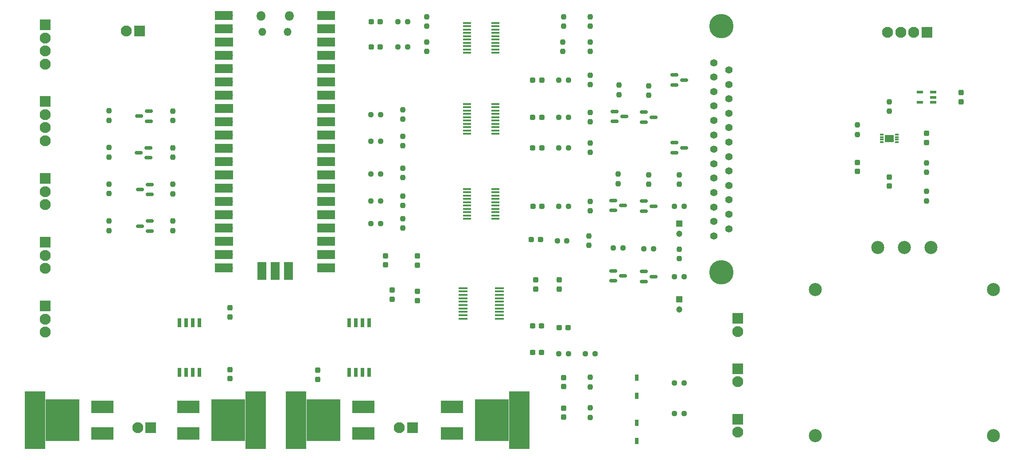
<source format=gbr>
%TF.GenerationSoftware,KiCad,Pcbnew,(6.0.7)*%
%TF.CreationDate,2022-10-24T16:08:39+01:00*%
%TF.ProjectId,controlCircuit,636f6e74-726f-46c4-9369-72637569742e,rev?*%
%TF.SameCoordinates,Original*%
%TF.FileFunction,Soldermask,Top*%
%TF.FilePolarity,Negative*%
%FSLAX46Y46*%
G04 Gerber Fmt 4.6, Leading zero omitted, Abs format (unit mm)*
G04 Created by KiCad (PCBNEW (6.0.7)) date 2022-10-24 16:08:39*
%MOMM*%
%LPD*%
G01*
G04 APERTURE LIST*
G04 Aperture macros list*
%AMRoundRect*
0 Rectangle with rounded corners*
0 $1 Rounding radius*
0 $2 $3 $4 $5 $6 $7 $8 $9 X,Y pos of 4 corners*
0 Add a 4 corners polygon primitive as box body*
4,1,4,$2,$3,$4,$5,$6,$7,$8,$9,$2,$3,0*
0 Add four circle primitives for the rounded corners*
1,1,$1+$1,$2,$3*
1,1,$1+$1,$4,$5*
1,1,$1+$1,$6,$7*
1,1,$1+$1,$8,$9*
0 Add four rect primitives between the rounded corners*
20,1,$1+$1,$2,$3,$4,$5,0*
20,1,$1+$1,$4,$5,$6,$7,0*
20,1,$1+$1,$6,$7,$8,$9,0*
20,1,$1+$1,$8,$9,$2,$3,0*%
G04 Aperture macros list end*
%ADD10RoundRect,0.237500X-0.237500X0.300000X-0.237500X-0.300000X0.237500X-0.300000X0.237500X0.300000X0*%
%ADD11RoundRect,0.150000X0.587500X0.150000X-0.587500X0.150000X-0.587500X-0.150000X0.587500X-0.150000X0*%
%ADD12RoundRect,0.237500X-0.237500X0.250000X-0.237500X-0.250000X0.237500X-0.250000X0.237500X0.250000X0*%
%ADD13RoundRect,0.237500X0.250000X0.237500X-0.250000X0.237500X-0.250000X-0.237500X0.250000X-0.237500X0*%
%ADD14C,1.400000*%
%ADD15C,4.650000*%
%ADD16R,2.100000X2.100000*%
%ADD17C,2.100000*%
%ADD18RoundRect,0.237500X0.300000X0.237500X-0.300000X0.237500X-0.300000X-0.237500X0.300000X-0.237500X0*%
%ADD19RoundRect,0.237500X-0.287500X-0.237500X0.287500X-0.237500X0.287500X0.237500X-0.287500X0.237500X0*%
%ADD20R,1.495000X0.435000*%
%ADD21R,0.750000X0.300000*%
%ADD22R,1.750000X1.450000*%
%ADD23RoundRect,0.150000X-0.587500X-0.150000X0.587500X-0.150000X0.587500X0.150000X-0.587500X0.150000X0*%
%ADD24RoundRect,0.237500X0.237500X-0.300000X0.237500X0.300000X-0.237500X0.300000X-0.237500X-0.300000X0*%
%ADD25R,0.750000X1.200000*%
%ADD26RoundRect,0.237500X-0.250000X-0.237500X0.250000X-0.237500X0.250000X0.237500X-0.250000X0.237500X0*%
%ADD27RoundRect,0.237500X-0.300000X-0.237500X0.300000X-0.237500X0.300000X0.237500X-0.300000X0.237500X0*%
%ADD28R,1.705000X0.450000*%
%ADD29R,1.200000X1.200000*%
%ADD30C,1.200000*%
%ADD31RoundRect,0.237500X0.237500X-0.250000X0.237500X0.250000X-0.237500X0.250000X-0.237500X-0.250000X0*%
%ADD32R,4.230000X2.400000*%
%ADD33R,6.500000X8.000000*%
%ADD34R,4.020000X11.000000*%
%ADD35C,2.500000*%
%ADD36R,1.200000X0.600000*%
%ADD37O,1.800000X1.800000*%
%ADD38O,1.500000X1.500000*%
%ADD39O,1.700000X1.700000*%
%ADD40R,3.500000X1.700000*%
%ADD41R,1.700000X1.700000*%
%ADD42R,1.700000X3.500000*%
%ADD43R,0.650000X1.800000*%
G04 APERTURE END LIST*
D10*
%TO.C,C1*%
X155920000Y-107087500D03*
X155920000Y-108812500D03*
%TD*%
D11*
%TO.C,Q8*%
X77391500Y-83719500D03*
X77391500Y-81819500D03*
X75516500Y-82769500D03*
%TD*%
D12*
%TO.C,R47*%
X212852000Y-77423000D03*
X212852000Y-79248000D03*
%TD*%
D13*
%TO.C,R20*%
X157630500Y-81788000D03*
X155805500Y-81788000D03*
%TD*%
D12*
%TO.C,R8*%
X167132000Y-86821000D03*
X167132000Y-88646000D03*
%TD*%
D14*
%TO.C,EXT_CON1*%
X185466000Y-65545500D03*
X185466000Y-68305500D03*
X185466000Y-71065500D03*
X185466000Y-73825500D03*
X185466000Y-76585500D03*
X185466000Y-79345500D03*
X185466000Y-82105500D03*
X185466000Y-84865500D03*
X185466000Y-87625500D03*
X185466000Y-90385500D03*
X185466000Y-93145500D03*
X185466000Y-95905500D03*
X185466000Y-98665500D03*
X188306000Y-66925500D03*
X188306000Y-69685500D03*
X188306000Y-72445500D03*
X188306000Y-75205500D03*
X188306000Y-77965500D03*
X188306000Y-80725500D03*
X188306000Y-83485500D03*
X188306000Y-86245500D03*
X188306000Y-89005500D03*
X188306000Y-91765500D03*
X188306000Y-94525500D03*
X188306000Y-97285500D03*
D15*
X186886000Y-58585500D03*
X186886000Y-105625500D03*
%TD*%
D16*
%TO.C,flags1*%
X57646000Y-87693500D03*
D17*
X57646000Y-90193500D03*
X57646000Y-92693500D03*
%TD*%
D18*
%TO.C,C5*%
X152536500Y-120904000D03*
X150811500Y-120904000D03*
%TD*%
D19*
%TO.C,D7*%
X150587500Y-99314000D03*
X152337500Y-99314000D03*
%TD*%
D13*
%TO.C,R31*%
X126896500Y-62484000D03*
X125071500Y-62484000D03*
%TD*%
D19*
%TO.C,D3*%
X150844000Y-81788000D03*
X152594000Y-81788000D03*
%TD*%
%TO.C,D2*%
X150844000Y-75946000D03*
X152594000Y-75946000D03*
%TD*%
D12*
%TO.C,R37*%
X156567500Y-61571500D03*
X156567500Y-63396500D03*
%TD*%
D10*
%TO.C,C16*%
X226060000Y-79047000D03*
X226060000Y-80772000D03*
%TD*%
D20*
%TO.C,IC1*%
X138268000Y-73405500D03*
X138268000Y-74041500D03*
X138268000Y-74675500D03*
X138268000Y-75311500D03*
X138268000Y-75945500D03*
X138268000Y-76581500D03*
X138268000Y-77215500D03*
X138268000Y-77851500D03*
X138268000Y-78485500D03*
X138268000Y-79121500D03*
X143672000Y-79121500D03*
X143672000Y-78485500D03*
X143672000Y-77851500D03*
X143672000Y-77215500D03*
X143672000Y-76581500D03*
X143672000Y-75945500D03*
X143672000Y-75311500D03*
X143672000Y-74675500D03*
X143672000Y-74041500D03*
X143672000Y-73405500D03*
%TD*%
D10*
%TO.C,C22*%
X156718000Y-131587500D03*
X156718000Y-133312500D03*
%TD*%
D21*
%TO.C,U1*%
X220398000Y-80760000D03*
X220398000Y-80260000D03*
X220398000Y-79760000D03*
X220398000Y-79260000D03*
X217498000Y-79260000D03*
X217498000Y-79760000D03*
X217498000Y-80260000D03*
X217498000Y-80760000D03*
D22*
X218948000Y-80010000D03*
%TD*%
D12*
%TO.C,R56*%
X69850000Y-81741000D03*
X69850000Y-83566000D03*
%TD*%
D23*
%TO.C,Q6*%
X177878500Y-67884000D03*
X177878500Y-69784000D03*
X179753500Y-68834000D03*
%TD*%
D16*
%TO.C,IGBT_1_Gate1*%
X77842000Y-135321500D03*
D17*
X75342000Y-135321500D03*
%TD*%
D13*
%TO.C,R45*%
X179728500Y-132588000D03*
X177903500Y-132588000D03*
%TD*%
D12*
%TO.C,R57*%
X69850000Y-95819000D03*
X69850000Y-97644000D03*
%TD*%
D24*
%TO.C,C6*%
X151384000Y-108812500D03*
X151384000Y-107087500D03*
%TD*%
D16*
%TO.C,I2C_1*%
X57646000Y-72961500D03*
D17*
X57646000Y-75461500D03*
X57646000Y-77961500D03*
X57646000Y-80461500D03*
%TD*%
D16*
%TO.C,I2C1*%
X226154000Y-59760500D03*
D17*
X223654000Y-59760500D03*
X221154000Y-59760500D03*
X218654000Y-59760500D03*
%TD*%
D12*
%TO.C,R58*%
X69850000Y-74735000D03*
X69850000Y-76560000D03*
%TD*%
%TO.C,R53*%
X82042000Y-88791500D03*
X82042000Y-90616500D03*
%TD*%
D25*
%TO.C,D9*%
X170688000Y-134444000D03*
X170688000Y-137844000D03*
%TD*%
D11*
%TO.C,Q9*%
X77645500Y-97731500D03*
X77645500Y-95831500D03*
X75770500Y-96781500D03*
%TD*%
D26*
%TO.C,R27*%
X177903500Y-92964000D03*
X179728500Y-92964000D03*
%TD*%
D27*
%TO.C,C7*%
X150811500Y-115824000D03*
X152536500Y-115824000D03*
%TD*%
D19*
%TO.C,D6*%
X119970500Y-62484000D03*
X121720500Y-62484000D03*
%TD*%
D16*
%TO.C,I2C_0*%
X57646000Y-58315500D03*
D17*
X57646000Y-60815500D03*
X57646000Y-63315500D03*
X57646000Y-65815500D03*
%TD*%
D16*
%TO.C,IGBT_2_Gate1*%
X127839000Y-135321500D03*
D17*
X125339000Y-135321500D03*
%TD*%
D12*
%TO.C,R36*%
X161798000Y-61571500D03*
X161798000Y-63396500D03*
%TD*%
%TO.C,R6*%
X125984000Y-85701500D03*
X125984000Y-87526500D03*
%TD*%
D10*
%TO.C,C21*%
X156718000Y-125745500D03*
X156718000Y-127470500D03*
%TD*%
D13*
%TO.C,R22*%
X157349000Y-99568000D03*
X155524000Y-99568000D03*
%TD*%
D28*
%TO.C,IC3*%
X144468000Y-114494500D03*
X144468000Y-113844500D03*
X144468000Y-113194500D03*
X144468000Y-112544500D03*
X144468000Y-111894500D03*
X144468000Y-111244500D03*
X144468000Y-110594500D03*
X144468000Y-109944500D03*
X144468000Y-109294500D03*
X144468000Y-108644500D03*
X137472000Y-108644500D03*
X137472000Y-109294500D03*
X137472000Y-109944500D03*
X137472000Y-110594500D03*
X137472000Y-111244500D03*
X137472000Y-111894500D03*
X137472000Y-112544500D03*
X137472000Y-113194500D03*
X137472000Y-113844500D03*
X137472000Y-114494500D03*
%TD*%
D29*
%TO.C,C3*%
X178816000Y-96266000D03*
D30*
X178816000Y-98266000D03*
%TD*%
D13*
%TO.C,R32*%
X162710500Y-121158000D03*
X160885500Y-121158000D03*
%TD*%
D24*
%TO.C,C8*%
X122682000Y-104177000D03*
X122682000Y-102452000D03*
%TD*%
D13*
%TO.C,R33*%
X157630500Y-121158000D03*
X155805500Y-121158000D03*
%TD*%
D10*
%TO.C,C10*%
X128778000Y-102515500D03*
X128778000Y-104240500D03*
%TD*%
%TO.C,C14*%
X109728000Y-124359500D03*
X109728000Y-126084500D03*
%TD*%
D12*
%TO.C,R46*%
X161798000Y-131537500D03*
X161798000Y-133362500D03*
%TD*%
%TO.C,R44*%
X161798000Y-125695500D03*
X161798000Y-127520500D03*
%TD*%
%TO.C,R39*%
X226060000Y-84685500D03*
X226060000Y-86510500D03*
%TD*%
D31*
%TO.C,R13*%
X161798000Y-93876500D03*
X161798000Y-92051500D03*
%TD*%
D23*
%TO.C,Q12*%
X166448500Y-74845500D03*
X166448500Y-76745500D03*
X168323500Y-75795500D03*
%TD*%
D31*
%TO.C,R30*%
X130556000Y-63396500D03*
X130556000Y-61571500D03*
%TD*%
D32*
%TO.C,R48*%
X135419000Y-131381500D03*
X135419000Y-136461500D03*
D33*
X143034000Y-133921500D03*
D34*
X148293000Y-133921500D03*
%TD*%
D35*
%TO.C,J10*%
X226916000Y-100901500D03*
X221836000Y-100901500D03*
X216756000Y-100901500D03*
X238836000Y-136901500D03*
X238836000Y-108901500D03*
X204836000Y-108901500D03*
X204836000Y-136901500D03*
%TD*%
D32*
%TO.C,R51*%
X68580000Y-136461500D03*
X68580000Y-131381500D03*
D34*
X55706000Y-133921500D03*
D33*
X60965000Y-133921500D03*
%TD*%
D13*
%TO.C,R43*%
X179728500Y-126746000D03*
X177903500Y-126746000D03*
%TD*%
%TO.C,R16*%
X157630500Y-68834000D03*
X155805500Y-68834000D03*
%TD*%
D10*
%TO.C,C13*%
X92964000Y-124206000D03*
X92964000Y-125931000D03*
%TD*%
D23*
%TO.C,Q2*%
X172036500Y-92014000D03*
X172036500Y-93914000D03*
X173911500Y-92964000D03*
%TD*%
D18*
%TO.C,C12*%
X157580500Y-116232000D03*
X155855500Y-116232000D03*
%TD*%
D16*
%TO.C,5VD_supply1*%
X75692000Y-59436000D03*
D17*
X73192000Y-59436000D03*
%TD*%
D12*
%TO.C,R40*%
X167282500Y-69803000D03*
X167282500Y-71628000D03*
%TD*%
%TO.C,R24*%
X178816000Y-86971500D03*
X178816000Y-88796500D03*
%TD*%
D10*
%TO.C,C18*%
X212852000Y-84582000D03*
X212852000Y-86307000D03*
%TD*%
D36*
%TO.C,IC6*%
X227310000Y-73086000D03*
X227310000Y-72136000D03*
X227310000Y-71186000D03*
X224810000Y-71186000D03*
X224810000Y-73086000D03*
%TD*%
D19*
%TO.C,D4*%
X150869000Y-92964000D03*
X152619000Y-92964000D03*
%TD*%
D16*
%TO.C,12V_supply1*%
X190011000Y-133708500D03*
D17*
X190011000Y-136208500D03*
%TD*%
D31*
%TO.C,R19*%
X161798000Y-82700500D03*
X161798000Y-80875500D03*
%TD*%
D16*
%TO.C,FC_V1*%
X190011000Y-114445500D03*
D17*
X190011000Y-116945500D03*
%TD*%
D23*
%TO.C,Q11*%
X172036500Y-105476000D03*
X172036500Y-107376000D03*
X173911500Y-106426000D03*
%TD*%
D26*
%TO.C,R7*%
X119913000Y-91994500D03*
X121738000Y-91994500D03*
%TD*%
%TO.C,R25*%
X166219500Y-100941500D03*
X168044500Y-100941500D03*
%TD*%
D12*
%TO.C,R52*%
X82042000Y-74779500D03*
X82042000Y-76604500D03*
%TD*%
D25*
%TO.C,D8*%
X170688000Y-125808000D03*
X170688000Y-129208000D03*
%TD*%
D19*
%TO.C,D1*%
X150844000Y-68834000D03*
X152594000Y-68834000D03*
%TD*%
D23*
%TO.C,Q4*%
X177878500Y-80838000D03*
X177878500Y-82738000D03*
X179753500Y-81788000D03*
%TD*%
D10*
%TO.C,C17*%
X218948000Y-87376000D03*
X218948000Y-89101000D03*
%TD*%
D23*
%TO.C,Q3*%
X172036500Y-74996000D03*
X172036500Y-76896000D03*
X173911500Y-75946000D03*
%TD*%
D29*
%TO.C,C4*%
X178816000Y-110744000D03*
D30*
X178816000Y-112744000D03*
%TD*%
D20*
%TO.C,IC7*%
X138268000Y-89661500D03*
X138268000Y-90297500D03*
X138268000Y-90931500D03*
X138268000Y-91567500D03*
X138268000Y-92201500D03*
X138268000Y-92837500D03*
X138268000Y-93471500D03*
X138268000Y-94107500D03*
X138268000Y-94741500D03*
X138268000Y-95377500D03*
X143672000Y-95377500D03*
X143672000Y-94741500D03*
X143672000Y-94107500D03*
X143672000Y-93471500D03*
X143672000Y-92837500D03*
X143672000Y-92201500D03*
X143672000Y-91567500D03*
X143672000Y-90931500D03*
X143672000Y-90297500D03*
X143672000Y-89661500D03*
%TD*%
D13*
%TO.C,R18*%
X157630500Y-75946000D03*
X155805500Y-75946000D03*
%TD*%
D12*
%TO.C,R59*%
X69850000Y-88747000D03*
X69850000Y-90572000D03*
%TD*%
D32*
%TO.C,R50*%
X85034000Y-131381500D03*
X85034000Y-136461500D03*
D33*
X92649000Y-133921500D03*
D34*
X97908000Y-133921500D03*
%TD*%
D37*
%TO.C,U2*%
X104325000Y-56600500D03*
D38*
X99175000Y-59630500D03*
D37*
X98875000Y-56600500D03*
D38*
X104025000Y-59630500D03*
D39*
X92710000Y-56470500D03*
D40*
X91810000Y-56470500D03*
D39*
X92710000Y-59010500D03*
D40*
X91810000Y-59010500D03*
D41*
X92710000Y-61550500D03*
D40*
X91810000Y-61550500D03*
D39*
X92710000Y-64090500D03*
D40*
X91810000Y-64090500D03*
D39*
X92710000Y-66630500D03*
D40*
X91810000Y-66630500D03*
X91810000Y-69170500D03*
D39*
X92710000Y-69170500D03*
D40*
X91810000Y-71710500D03*
D39*
X92710000Y-71710500D03*
D40*
X91810000Y-74250500D03*
D41*
X92710000Y-74250500D03*
D40*
X91810000Y-76790500D03*
D39*
X92710000Y-76790500D03*
X92710000Y-79330500D03*
D40*
X91810000Y-79330500D03*
D39*
X92710000Y-81870500D03*
D40*
X91810000Y-81870500D03*
X91810000Y-84410500D03*
D39*
X92710000Y-84410500D03*
D40*
X91810000Y-86950500D03*
D41*
X92710000Y-86950500D03*
D39*
X92710000Y-89490500D03*
D40*
X91810000Y-89490500D03*
D39*
X92710000Y-92030500D03*
D40*
X91810000Y-92030500D03*
X91810000Y-94570500D03*
D39*
X92710000Y-94570500D03*
X92710000Y-97110500D03*
D40*
X91810000Y-97110500D03*
X91810000Y-99650500D03*
D41*
X92710000Y-99650500D03*
D40*
X91810000Y-102190500D03*
D39*
X92710000Y-102190500D03*
D40*
X91810000Y-104730500D03*
D39*
X92710000Y-104730500D03*
D40*
X111390000Y-104730500D03*
D39*
X110490000Y-104730500D03*
D40*
X111390000Y-102190500D03*
D39*
X110490000Y-102190500D03*
D40*
X111390000Y-99650500D03*
D41*
X110490000Y-99650500D03*
D39*
X110490000Y-97110500D03*
D40*
X111390000Y-97110500D03*
D39*
X110490000Y-94570500D03*
D40*
X111390000Y-94570500D03*
D39*
X110490000Y-92030500D03*
D40*
X111390000Y-92030500D03*
X111390000Y-89490500D03*
D39*
X110490000Y-89490500D03*
D41*
X110490000Y-86950500D03*
D40*
X111390000Y-86950500D03*
X111390000Y-84410500D03*
D39*
X110490000Y-84410500D03*
X110490000Y-81870500D03*
D40*
X111390000Y-81870500D03*
D39*
X110490000Y-79330500D03*
D40*
X111390000Y-79330500D03*
X111390000Y-76790500D03*
D39*
X110490000Y-76790500D03*
D40*
X111390000Y-74250500D03*
D41*
X110490000Y-74250500D03*
D40*
X111390000Y-71710500D03*
D39*
X110490000Y-71710500D03*
D40*
X111390000Y-69170500D03*
D39*
X110490000Y-69170500D03*
X110490000Y-66630500D03*
D40*
X111390000Y-66630500D03*
D39*
X110490000Y-64090500D03*
D40*
X111390000Y-64090500D03*
D41*
X110490000Y-61550500D03*
D40*
X111390000Y-61550500D03*
D39*
X110490000Y-59010500D03*
D40*
X111390000Y-59010500D03*
D39*
X110490000Y-56470500D03*
D40*
X111390000Y-56470500D03*
D39*
X99060000Y-104500500D03*
D42*
X99060000Y-105400500D03*
X101600000Y-105400500D03*
D41*
X101600000Y-104500500D03*
D39*
X104140000Y-104500500D03*
D42*
X104140000Y-105400500D03*
%TD*%
D31*
%TO.C,R21*%
X161516500Y-100480500D03*
X161516500Y-98655500D03*
%TD*%
D24*
%TO.C,C2*%
X92964000Y-114146500D03*
X92964000Y-112421500D03*
%TD*%
D11*
%TO.C,Q7*%
X77645500Y-90725500D03*
X77645500Y-88825500D03*
X75770500Y-89775500D03*
%TD*%
D12*
%TO.C,R35*%
X156718000Y-56745500D03*
X156718000Y-58570500D03*
%TD*%
%TO.C,R54*%
X82042000Y-81785500D03*
X82042000Y-83610500D03*
%TD*%
D31*
%TO.C,R15*%
X161798000Y-69746500D03*
X161798000Y-67921500D03*
%TD*%
D12*
%TO.C,R34*%
X161798000Y-56745500D03*
X161798000Y-58570500D03*
%TD*%
D10*
%TO.C,C9*%
X128778000Y-109273000D03*
X128778000Y-110998000D03*
%TD*%
D26*
%TO.C,R11*%
X119913000Y-96265500D03*
X121738000Y-96265500D03*
%TD*%
D31*
%TO.C,R10*%
X130556000Y-58570500D03*
X130556000Y-56745500D03*
%TD*%
D26*
%TO.C,R26*%
X172061500Y-101092000D03*
X173886500Y-101092000D03*
%TD*%
D12*
%TO.C,R4*%
X125984000Y-79605500D03*
X125984000Y-81430500D03*
%TD*%
D26*
%TO.C,R42*%
X177903500Y-106426000D03*
X179728500Y-106426000D03*
%TD*%
D12*
%TO.C,R2*%
X125984000Y-74525500D03*
X125984000Y-76350500D03*
%TD*%
D20*
%TO.C,IC2*%
X143672000Y-63627500D03*
X143672000Y-62991500D03*
X143672000Y-62357500D03*
X143672000Y-61721500D03*
X143672000Y-61087500D03*
X143672000Y-60451500D03*
X143672000Y-59817500D03*
X143672000Y-59181500D03*
X143672000Y-58547500D03*
X143672000Y-57911500D03*
X138268000Y-57911500D03*
X138268000Y-58547500D03*
X138268000Y-59181500D03*
X138268000Y-59817500D03*
X138268000Y-60451500D03*
X138268000Y-61087500D03*
X138268000Y-61721500D03*
X138268000Y-62357500D03*
X138268000Y-62991500D03*
X138268000Y-63627500D03*
%TD*%
D26*
%TO.C,R1*%
X119913000Y-75502000D03*
X121738000Y-75502000D03*
%TD*%
D16*
%TO.C,UART_1*%
X57646000Y-99885500D03*
D17*
X57646000Y-102385500D03*
X57646000Y-104885500D03*
%TD*%
D12*
%TO.C,R55*%
X82042000Y-95819000D03*
X82042000Y-97644000D03*
%TD*%
D23*
%TO.C,Q10*%
X166194500Y-105325500D03*
X166194500Y-107225500D03*
X168069500Y-106275500D03*
%TD*%
D13*
%TO.C,R14*%
X157630500Y-92964000D03*
X155805500Y-92964000D03*
%TD*%
D31*
%TO.C,R38*%
X226060000Y-91948000D03*
X226060000Y-90123000D03*
%TD*%
D12*
%TO.C,R28*%
X178816000Y-101195500D03*
X178816000Y-103020500D03*
%TD*%
D43*
%TO.C,IC5*%
X119578000Y-115239500D03*
X118308000Y-115239500D03*
X117038000Y-115239500D03*
X115768000Y-115239500D03*
X115768000Y-124789500D03*
X117038000Y-124789500D03*
X118308000Y-124789500D03*
X119578000Y-124789500D03*
%TD*%
%TO.C,IC4*%
X87113000Y-115239500D03*
X85843000Y-115239500D03*
X84573000Y-115239500D03*
X83303000Y-115239500D03*
X83303000Y-124789500D03*
X84573000Y-124789500D03*
X85843000Y-124789500D03*
X87113000Y-124789500D03*
%TD*%
D12*
%TO.C,R12*%
X125984000Y-95353000D03*
X125984000Y-97178000D03*
%TD*%
D26*
%TO.C,R3*%
X119913000Y-80582000D03*
X121738000Y-80582000D03*
%TD*%
D12*
%TO.C,R60*%
X218948000Y-73001500D03*
X218948000Y-74826500D03*
%TD*%
D26*
%TO.C,R5*%
X119913000Y-86828500D03*
X121738000Y-86828500D03*
%TD*%
D12*
%TO.C,R23*%
X172974000Y-86971500D03*
X172974000Y-88796500D03*
%TD*%
D19*
%TO.C,D5*%
X119970500Y-57658000D03*
X121720500Y-57658000D03*
%TD*%
D16*
%TO.C,UART_0*%
X57646000Y-112077500D03*
D17*
X57646000Y-114577500D03*
X57646000Y-117077500D03*
%TD*%
D11*
%TO.C,Q5*%
X77470000Y-76713500D03*
X77470000Y-74813500D03*
X75595000Y-75763500D03*
%TD*%
D13*
%TO.C,R29*%
X126896500Y-57658000D03*
X125071500Y-57658000D03*
%TD*%
D12*
%TO.C,R41*%
X172974000Y-69953500D03*
X172974000Y-71778500D03*
%TD*%
D16*
%TO.C,5V_supply1*%
X190011000Y-124056500D03*
D17*
X190011000Y-126556500D03*
%TD*%
D10*
%TO.C,C15*%
X232664000Y-71255400D03*
X232664000Y-72980400D03*
%TD*%
D32*
%TO.C,R49*%
X118430000Y-136461500D03*
X118430000Y-131381500D03*
D33*
X110815000Y-133921500D03*
D34*
X105556000Y-133921500D03*
%TD*%
D23*
%TO.C,Q1*%
X166194500Y-91863500D03*
X166194500Y-93763500D03*
X168069500Y-92813500D03*
%TD*%
D24*
%TO.C,C11*%
X123952000Y-110744000D03*
X123952000Y-109019000D03*
%TD*%
D31*
%TO.C,R17*%
X161798000Y-76858500D03*
X161798000Y-75033500D03*
%TD*%
D12*
%TO.C,R9*%
X125984000Y-91035000D03*
X125984000Y-92860000D03*
%TD*%
M02*

</source>
